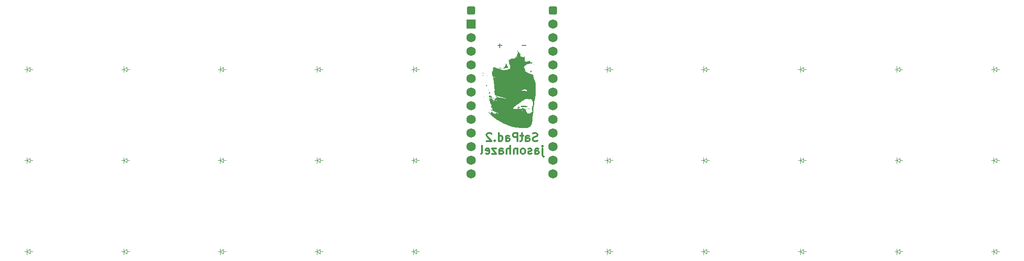
<source format=gbr>
%TF.GenerationSoftware,KiCad,Pcbnew,(6.0.4)*%
%TF.CreationDate,2022-07-31T16:16:28-04:00*%
%TF.ProjectId,satpad,73617470-6164-42e6-9b69-6361645f7063,v1.0.0*%
%TF.SameCoordinates,Original*%
%TF.FileFunction,Legend,Bot*%
%TF.FilePolarity,Positive*%
%FSLAX46Y46*%
G04 Gerber Fmt 4.6, Leading zero omitted, Abs format (unit mm)*
G04 Created by KiCad (PCBNEW (6.0.4)) date 2022-07-31 16:16:28*
%MOMM*%
%LPD*%
G01*
G04 APERTURE LIST*
G04 Aperture macros list*
%AMRoundRect*
0 Rectangle with rounded corners*
0 $1 Rounding radius*
0 $2 $3 $4 $5 $6 $7 $8 $9 X,Y pos of 4 corners*
0 Add a 4 corners polygon primitive as box body*
4,1,4,$2,$3,$4,$5,$6,$7,$8,$9,$2,$3,0*
0 Add four circle primitives for the rounded corners*
1,1,$1+$1,$2,$3*
1,1,$1+$1,$4,$5*
1,1,$1+$1,$6,$7*
1,1,$1+$1,$8,$9*
0 Add four rect primitives between the rounded corners*
20,1,$1+$1,$2,$3,$4,$5,0*
20,1,$1+$1,$4,$5,$6,$7,0*
20,1,$1+$1,$6,$7,$8,$9,0*
20,1,$1+$1,$8,$9,$2,$3,0*%
G04 Aperture macros list end*
%ADD10C,0.300000*%
%ADD11C,0.150000*%
%ADD12C,0.100000*%
%ADD13R,1.752600X1.752600*%
%ADD14C,1.752600*%
%ADD15RoundRect,0.400000X-0.400000X-0.400000X0.400000X-0.400000X0.400000X0.400000X-0.400000X0.400000X0*%
G04 APERTURE END LIST*
D10*
X94714285Y16200357D02*
X94500000Y16128928D01*
X94142857Y16128928D01*
X94000000Y16200357D01*
X93928571Y16271785D01*
X93857142Y16414642D01*
X93857142Y16557500D01*
X93928571Y16700357D01*
X94000000Y16771785D01*
X94142857Y16843214D01*
X94428571Y16914642D01*
X94571428Y16986071D01*
X94642857Y17057500D01*
X94714285Y17200357D01*
X94714285Y17343214D01*
X94642857Y17486071D01*
X94571428Y17557500D01*
X94428571Y17628928D01*
X94071428Y17628928D01*
X93857142Y17557500D01*
X92571428Y16128928D02*
X92571428Y16914642D01*
X92642857Y17057500D01*
X92785714Y17128928D01*
X93071428Y17128928D01*
X93214285Y17057500D01*
X92571428Y16200357D02*
X92714285Y16128928D01*
X93071428Y16128928D01*
X93214285Y16200357D01*
X93285714Y16343214D01*
X93285714Y16486071D01*
X93214285Y16628928D01*
X93071428Y16700357D01*
X92714285Y16700357D01*
X92571428Y16771785D01*
X92071428Y17128928D02*
X91500000Y17128928D01*
X91857142Y17628928D02*
X91857142Y16343214D01*
X91785714Y16200357D01*
X91642857Y16128928D01*
X91500000Y16128928D01*
X91000000Y16128928D02*
X91000000Y17628928D01*
X90428571Y17628928D01*
X90285714Y17557500D01*
X90214285Y17486071D01*
X90142857Y17343214D01*
X90142857Y17128928D01*
X90214285Y16986071D01*
X90285714Y16914642D01*
X90428571Y16843214D01*
X91000000Y16843214D01*
X88857142Y16128928D02*
X88857142Y16914642D01*
X88928571Y17057500D01*
X89071428Y17128928D01*
X89357142Y17128928D01*
X89500000Y17057500D01*
X88857142Y16200357D02*
X89000000Y16128928D01*
X89357142Y16128928D01*
X89500000Y16200357D01*
X89571428Y16343214D01*
X89571428Y16486071D01*
X89500000Y16628928D01*
X89357142Y16700357D01*
X89000000Y16700357D01*
X88857142Y16771785D01*
X87500000Y16128928D02*
X87500000Y17628928D01*
X87500000Y16200357D02*
X87642857Y16128928D01*
X87928571Y16128928D01*
X88071428Y16200357D01*
X88142857Y16271785D01*
X88214285Y16414642D01*
X88214285Y16843214D01*
X88142857Y16986071D01*
X88071428Y17057500D01*
X87928571Y17128928D01*
X87642857Y17128928D01*
X87500000Y17057500D01*
X86785714Y16271785D02*
X86714285Y16200357D01*
X86785714Y16128928D01*
X86857142Y16200357D01*
X86785714Y16271785D01*
X86785714Y16128928D01*
X86142857Y17486071D02*
X86071428Y17557500D01*
X85928571Y17628928D01*
X85571428Y17628928D01*
X85428571Y17557500D01*
X85357142Y17486071D01*
X85285714Y17343214D01*
X85285714Y17200357D01*
X85357142Y16986071D01*
X86214285Y16128928D01*
X85285714Y16128928D01*
X95642857Y14713928D02*
X95642857Y13428214D01*
X95714285Y13285357D01*
X95857142Y13213928D01*
X95928571Y13213928D01*
X95642857Y15213928D02*
X95714285Y15142500D01*
X95642857Y15071071D01*
X95571428Y15142500D01*
X95642857Y15213928D01*
X95642857Y15071071D01*
X94285714Y13713928D02*
X94285714Y14499642D01*
X94357142Y14642500D01*
X94500000Y14713928D01*
X94785714Y14713928D01*
X94928571Y14642500D01*
X94285714Y13785357D02*
X94428571Y13713928D01*
X94785714Y13713928D01*
X94928571Y13785357D01*
X95000000Y13928214D01*
X95000000Y14071071D01*
X94928571Y14213928D01*
X94785714Y14285357D01*
X94428571Y14285357D01*
X94285714Y14356785D01*
X93642857Y13785357D02*
X93500000Y13713928D01*
X93214285Y13713928D01*
X93071428Y13785357D01*
X93000000Y13928214D01*
X93000000Y13999642D01*
X93071428Y14142500D01*
X93214285Y14213928D01*
X93428571Y14213928D01*
X93571428Y14285357D01*
X93642857Y14428214D01*
X93642857Y14499642D01*
X93571428Y14642500D01*
X93428571Y14713928D01*
X93214285Y14713928D01*
X93071428Y14642500D01*
X92142857Y13713928D02*
X92285714Y13785357D01*
X92357142Y13856785D01*
X92428571Y13999642D01*
X92428571Y14428214D01*
X92357142Y14571071D01*
X92285714Y14642500D01*
X92142857Y14713928D01*
X91928571Y14713928D01*
X91785714Y14642500D01*
X91714285Y14571071D01*
X91642857Y14428214D01*
X91642857Y13999642D01*
X91714285Y13856785D01*
X91785714Y13785357D01*
X91928571Y13713928D01*
X92142857Y13713928D01*
X91000000Y14713928D02*
X91000000Y13713928D01*
X91000000Y14571071D02*
X90928571Y14642500D01*
X90785714Y14713928D01*
X90571428Y14713928D01*
X90428571Y14642500D01*
X90357142Y14499642D01*
X90357142Y13713928D01*
X89642857Y13713928D02*
X89642857Y15213928D01*
X89000000Y13713928D02*
X89000000Y14499642D01*
X89071428Y14642500D01*
X89214285Y14713928D01*
X89428571Y14713928D01*
X89571428Y14642500D01*
X89642857Y14571071D01*
X87642857Y13713928D02*
X87642857Y14499642D01*
X87714285Y14642500D01*
X87857142Y14713928D01*
X88142857Y14713928D01*
X88285714Y14642500D01*
X87642857Y13785357D02*
X87785714Y13713928D01*
X88142857Y13713928D01*
X88285714Y13785357D01*
X88357142Y13928214D01*
X88357142Y14071071D01*
X88285714Y14213928D01*
X88142857Y14285357D01*
X87785714Y14285357D01*
X87642857Y14356785D01*
X87071428Y14713928D02*
X86285714Y14713928D01*
X87071428Y13713928D01*
X86285714Y13713928D01*
X85142857Y13785357D02*
X85285714Y13713928D01*
X85571428Y13713928D01*
X85714285Y13785357D01*
X85785714Y13928214D01*
X85785714Y14499642D01*
X85714285Y14642500D01*
X85571428Y14713928D01*
X85285714Y14713928D01*
X85142857Y14642500D01*
X85071428Y14499642D01*
X85071428Y14356785D01*
X85785714Y14213928D01*
X84214285Y13713928D02*
X84357142Y13785357D01*
X84428571Y13928214D01*
X84428571Y15213928D01*
D11*
X87369047Y33928571D02*
X88130952Y33928571D01*
X87750000Y33547619D02*
X87750000Y34309523D01*
X91869047Y33928571D02*
X92630952Y33928571D01*
D10*
%TO.C,G\u002A\u002A\u002A*%
X90842571Y26662000D02*
X90987714Y26734571D01*
X91205428Y26734571D01*
X91423142Y26662000D01*
X91568285Y26516857D01*
X91640857Y26371714D01*
X91713428Y26081428D01*
X91713428Y25863714D01*
X91640857Y25573428D01*
X91568285Y25428285D01*
X91423142Y25283142D01*
X91205428Y25210571D01*
X91060285Y25210571D01*
X90842571Y25283142D01*
X90770000Y25355714D01*
X90770000Y25863714D01*
X91060285Y25863714D01*
X89899142Y26734571D02*
X89899142Y26371714D01*
X90262000Y26516857D02*
X89899142Y26371714D01*
X89536285Y26516857D01*
X90116857Y26081428D02*
X89899142Y26371714D01*
X89681428Y26081428D01*
X88738000Y26734571D02*
X88738000Y26371714D01*
X89100857Y26516857D02*
X88738000Y26371714D01*
X88375142Y26516857D01*
X88955714Y26081428D02*
X88738000Y26371714D01*
X88520285Y26081428D01*
X87576857Y26734571D02*
X87576857Y26371714D01*
X87939714Y26516857D02*
X87576857Y26371714D01*
X87214000Y26516857D01*
X87794571Y26081428D02*
X87576857Y26371714D01*
X87359142Y26081428D01*
G36*
X92300000Y23600000D02*
G01*
X92280000Y23580000D01*
X92260000Y23600000D01*
X92280000Y23620000D01*
X92300000Y23600000D01*
G37*
G36*
X92346301Y22674735D02*
G01*
X92359248Y22673892D01*
X92570953Y22659361D01*
X92716350Y22646308D01*
X92808335Y22631789D01*
X92859804Y22612860D01*
X92883655Y22586579D01*
X92892783Y22550000D01*
X92894835Y22533672D01*
X92890828Y22492591D01*
X92856959Y22469889D01*
X92776514Y22459478D01*
X92632783Y22455268D01*
X92491456Y22449576D01*
X92342956Y22436931D01*
X92240000Y22420626D01*
X92185261Y22410267D01*
X92037308Y22405568D01*
X91885977Y22425783D01*
X91752097Y22465499D01*
X91656496Y22519303D01*
X91620000Y22581780D01*
X91644835Y22633705D01*
X91723720Y22668280D01*
X91862818Y22686117D01*
X92068291Y22688006D01*
X92346301Y22674735D01*
G37*
G36*
X91283650Y22509796D02*
G01*
X91400082Y22459959D01*
X91446522Y22434794D01*
X91524326Y22383052D01*
X91550982Y22349214D01*
X91537288Y22338254D01*
X91464137Y22315651D01*
X91350982Y22296285D01*
X91290414Y22288732D01*
X91179102Y22274675D01*
X91114664Y22266285D01*
X91080406Y22286144D01*
X91050663Y22357633D01*
X91047784Y22375292D01*
X91060699Y22449107D01*
X91136082Y22498377D01*
X91197678Y22516856D01*
X91283650Y22509796D01*
G37*
G36*
X92869250Y22178463D02*
G01*
X92900000Y22140000D01*
X92899542Y22130948D01*
X92882361Y22100000D01*
X92875945Y22101841D01*
X92840000Y22140000D01*
X92833750Y22155495D01*
X92857640Y22180000D01*
X92869250Y22178463D01*
G37*
G36*
X93265876Y22173836D02*
G01*
X93300000Y22130670D01*
X93278802Y22110636D01*
X93210000Y22114789D01*
X93146002Y22128789D01*
X93040000Y22141990D01*
X93001372Y22144086D01*
X92987292Y22153453D01*
X93046111Y22179808D01*
X93086246Y22191753D01*
X93184250Y22196205D01*
X93265876Y22173836D01*
G37*
G36*
X92722707Y22137754D02*
G01*
X92749689Y22106795D01*
X92757199Y22055468D01*
X92739935Y22031552D01*
X92713180Y22031238D01*
X92687813Y22102287D01*
X92683415Y22120032D01*
X92683095Y22160729D01*
X92722707Y22137754D01*
G37*
G36*
X92820000Y21880000D02*
G01*
X92800000Y21860000D01*
X92780000Y21880000D01*
X92800000Y21900000D01*
X92820000Y21880000D01*
G37*
G36*
X90580000Y32280000D02*
G01*
X90560000Y32260000D01*
X90540000Y32280000D01*
X90560000Y32300000D01*
X90580000Y32280000D01*
G37*
G36*
X90694385Y32254398D02*
G01*
X90780000Y32220000D01*
X90790004Y32213470D01*
X90819821Y32186662D01*
X90780000Y32181226D01*
X90745616Y32185603D01*
X90660000Y32220000D01*
X90649997Y32226531D01*
X90620180Y32253339D01*
X90660000Y32258775D01*
X90694385Y32254398D01*
G37*
G36*
X89294202Y31355446D02*
G01*
X89330843Y31307473D01*
X89330235Y31283168D01*
X89283343Y31284253D01*
X89252051Y31301393D01*
X89220000Y31347613D01*
X89220102Y31350579D01*
X89245981Y31373909D01*
X89294202Y31355446D01*
G37*
G36*
X93580000Y30880000D02*
G01*
X93560000Y30860000D01*
X93540000Y30880000D01*
X93560000Y30900000D01*
X93580000Y30880000D01*
G37*
G36*
X94109562Y30378838D02*
G01*
X94140000Y30340000D01*
X94138838Y30330439D01*
X94100000Y30300000D01*
X94090439Y30301163D01*
X94060000Y30340000D01*
X94061163Y30349562D01*
X94100000Y30380000D01*
X94109562Y30378838D01*
G37*
G36*
X88841885Y30608016D02*
G01*
X88907446Y30547109D01*
X88978925Y30457624D01*
X89036413Y30365628D01*
X89060000Y30297187D01*
X89068850Y30254726D01*
X89120000Y30180000D01*
X89152044Y30145798D01*
X89180000Y30081302D01*
X89199468Y30031635D01*
X89259057Y29960854D01*
X89312718Y29891151D01*
X89299767Y29839218D01*
X89215653Y29820000D01*
X89215608Y29820000D01*
X89124406Y29801903D01*
X89016965Y29758431D01*
X88956602Y29733101D01*
X88819659Y29692199D01*
X88668952Y29660996D01*
X88532140Y29644005D01*
X88294121Y29632878D01*
X88069570Y29643148D01*
X87880048Y29673386D01*
X87747115Y29722161D01*
X87727305Y29734336D01*
X87655123Y29789277D01*
X87620900Y29831438D01*
X87631738Y29847168D01*
X87694741Y29822815D01*
X87743560Y29803647D01*
X87792637Y29805971D01*
X87801109Y29808990D01*
X87861573Y29792478D01*
X87952618Y29744563D01*
X87972524Y29732543D01*
X88120114Y29667801D01*
X88251856Y29665515D01*
X88384327Y29729024D01*
X88534103Y29861666D01*
X88625336Y29966124D01*
X88746230Y30159580D01*
X88807890Y30348803D01*
X88803982Y30518377D01*
X88796002Y30587174D01*
X88813437Y30620000D01*
X88841885Y30608016D01*
G37*
G36*
X83398044Y29384684D02*
G01*
X83481627Y29338557D01*
X83503419Y29323601D01*
X83553172Y29277543D01*
X83537646Y29260264D01*
X83480116Y29273289D01*
X83405588Y29312393D01*
X83350291Y29359267D01*
X83341689Y29395023D01*
X83345598Y29397196D01*
X83398044Y29384684D01*
G37*
G36*
X93610231Y29295815D02*
G01*
X93632166Y29248107D01*
X93643452Y29180986D01*
X93620864Y29065922D01*
X93597796Y29023299D01*
X93545322Y28987764D01*
X93451615Y28995678D01*
X93447416Y28996526D01*
X93355760Y29019366D01*
X93307310Y29039358D01*
X93312158Y29057091D01*
X93360402Y29115573D01*
X93444393Y29196386D01*
X93526616Y29267955D01*
X93581090Y29304095D01*
X93610231Y29295815D01*
G37*
G36*
X84366667Y28886667D02*
G01*
X84372925Y28874636D01*
X84340000Y28860000D01*
X84318825Y28862887D01*
X84313334Y28886667D01*
X84319197Y28891454D01*
X84366667Y28886667D01*
G37*
G36*
X84529861Y28843854D02*
G01*
X84620000Y28800000D01*
X84626348Y28796326D01*
X84678453Y28756312D01*
X84657646Y28741418D01*
X84603448Y28752803D01*
X84517646Y28798728D01*
X84477927Y28834439D01*
X84478261Y28855281D01*
X84529861Y28843854D01*
G37*
G36*
X84804056Y28738160D02*
G01*
X84840000Y28700000D01*
X84846251Y28684506D01*
X84822361Y28660000D01*
X84810751Y28661538D01*
X84780000Y28700000D01*
X84780459Y28709053D01*
X84797640Y28740000D01*
X84804056Y28738160D01*
G37*
G36*
X84598498Y28370006D02*
G01*
X84621285Y28362451D01*
X84696429Y28325818D01*
X84716138Y28293750D01*
X84657218Y28261715D01*
X84571267Y28268313D01*
X84493721Y28304331D01*
X84460000Y28360536D01*
X84464620Y28381523D01*
X84503989Y28392736D01*
X84598498Y28370006D01*
G37*
G36*
X85347012Y28298507D02*
G01*
X85400000Y28260000D01*
X85406408Y28244646D01*
X85384722Y28220000D01*
X85372989Y28221494D01*
X85320000Y28260000D01*
X85313593Y28275355D01*
X85335279Y28300000D01*
X85347012Y28298507D01*
G37*
G36*
X85170726Y26619507D02*
G01*
X85227059Y26586584D01*
X85301980Y26517894D01*
X85350874Y26461545D01*
X85370292Y26412927D01*
X85338952Y26378506D01*
X85315197Y26364697D01*
X85219982Y26344925D01*
X85140000Y26400000D01*
X85112456Y26449000D01*
X85134756Y26513681D01*
X85154109Y26545584D01*
X85152987Y26593681D01*
X85146788Y26601848D01*
X85166361Y26620000D01*
X85170726Y26619507D01*
G37*
G36*
X85340000Y26180000D02*
G01*
X85337114Y26158825D01*
X85313334Y26153334D01*
X85308547Y26159197D01*
X85313334Y26206667D01*
X85325365Y26212925D01*
X85340000Y26180000D01*
G37*
G36*
X83547080Y25853848D02*
G01*
X83620000Y25820000D01*
X83647156Y25797731D01*
X83640000Y25781226D01*
X83612921Y25786153D01*
X83540000Y25820000D01*
X83512845Y25842270D01*
X83520000Y25858775D01*
X83547080Y25853848D01*
G37*
G36*
X83939945Y25671605D02*
G01*
X83987017Y25656345D01*
X84020000Y25635335D01*
X84019791Y25633083D01*
X83986378Y25618911D01*
X83926065Y25628842D01*
X83882306Y25656270D01*
X83885810Y25674239D01*
X83939945Y25671605D01*
G37*
G36*
X85603615Y25760144D02*
G01*
X85641265Y25703314D01*
X85658116Y25640000D01*
X85642662Y25633125D01*
X85599142Y25677080D01*
X85566766Y25731789D01*
X85562589Y25775922D01*
X85567294Y25779005D01*
X85603615Y25760144D01*
G37*
G36*
X85787483Y25394283D02*
G01*
X85833023Y25328792D01*
X85883038Y25224849D01*
X85923406Y25115037D01*
X85940000Y25031937D01*
X85937554Y25013367D01*
X85901950Y24990269D01*
X85810000Y25001495D01*
X85792488Y25005312D01*
X85690024Y25033778D01*
X85658006Y25060890D01*
X85688284Y25092759D01*
X85706804Y25109633D01*
X85730824Y25180584D01*
X85731400Y25306160D01*
X85748930Y25385609D01*
X85780607Y25399626D01*
X85787483Y25394283D01*
G37*
G36*
X86024417Y24731022D02*
G01*
X86080000Y24700000D01*
X86089350Y24676519D01*
X86057478Y24666070D01*
X85960000Y24700000D01*
X85922481Y24716613D01*
X85906354Y24732517D01*
X85967640Y24737189D01*
X86024417Y24731022D01*
G37*
G36*
X85140000Y24580000D02*
G01*
X85137114Y24558825D01*
X85113334Y24553334D01*
X85108547Y24559197D01*
X85113334Y24606667D01*
X85125365Y24612925D01*
X85140000Y24580000D01*
G37*
G36*
X84820000Y24340000D02*
G01*
X84838859Y24305736D01*
X84858775Y24240000D01*
X84851695Y24227984D01*
X84820000Y24260000D01*
X84801142Y24294265D01*
X84781226Y24360000D01*
X84788306Y24372017D01*
X84820000Y24340000D01*
G37*
G36*
X85919871Y24578643D02*
G01*
X86066499Y24495831D01*
X86149112Y24440367D01*
X86229317Y24379647D01*
X86260547Y24345831D01*
X86265964Y24311049D01*
X86285212Y24230000D01*
X86289899Y24180644D01*
X86250049Y24141435D01*
X86152756Y24154531D01*
X86000000Y24220000D01*
X85959585Y24239787D01*
X85857019Y24282836D01*
X85791543Y24300000D01*
X85772065Y24301248D01*
X85740000Y24316729D01*
X85736900Y24332965D01*
X85715721Y24396729D01*
X85710544Y24436145D01*
X85755721Y24460000D01*
X85787319Y24465201D01*
X85820000Y24500000D01*
X85818838Y24509562D01*
X85780000Y24540000D01*
X85770439Y24541163D01*
X85740000Y24580000D01*
X85750201Y24607848D01*
X85811384Y24616770D01*
X85919871Y24578643D01*
G37*
G36*
X86500000Y24210718D02*
G01*
X86549392Y24169053D01*
X86580000Y24110379D01*
X86577726Y24091772D01*
X86548000Y24060000D01*
X86507013Y24074971D01*
X86447360Y24135898D01*
X86420000Y24208339D01*
X86420378Y24218524D01*
X86439069Y24240406D01*
X86500000Y24210718D01*
G37*
G36*
X85427012Y22818507D02*
G01*
X85480000Y22780000D01*
X85486408Y22764646D01*
X85464722Y22740000D01*
X85452989Y22741494D01*
X85400000Y22780000D01*
X85393593Y22795355D01*
X85415279Y22820000D01*
X85427012Y22818507D01*
G37*
G36*
X85711291Y22658856D02*
G01*
X85740000Y22620000D01*
X85732368Y22600884D01*
X85677640Y22580000D01*
X85649068Y22585756D01*
X85640000Y22620000D01*
X85648188Y22630925D01*
X85702361Y22660000D01*
X85711291Y22658856D01*
G37*
G36*
X85780347Y22420921D02*
G01*
X85814000Y22378000D01*
X85816125Y22358582D01*
X85782000Y22346000D01*
X85760403Y22356898D01*
X85737859Y22396905D01*
X85769000Y22423000D01*
X85780347Y22420921D01*
G37*
G36*
X86247979Y21725890D02*
G01*
X86322355Y21677794D01*
X86366167Y21641640D01*
X86366415Y21633103D01*
X86300000Y21663212D01*
X86216941Y21705004D01*
X86180495Y21732186D01*
X86205689Y21740000D01*
X86247979Y21725890D01*
G37*
G36*
X94360247Y24702810D02*
G01*
X94302372Y24239075D01*
X94223468Y23740000D01*
X94182494Y23496650D01*
X94125303Y23132215D01*
X94111222Y23042489D01*
X94055850Y22637669D01*
X94013890Y22263178D01*
X93982858Y21900000D01*
X93952608Y21516680D01*
X93901967Y20961646D01*
X93842424Y20385192D01*
X93777210Y19820000D01*
X93751556Y19651827D01*
X93691394Y19423489D01*
X93595406Y19200000D01*
X93531381Y19077254D01*
X93444490Y18940262D01*
X93348158Y18838819D01*
X93220593Y18751636D01*
X93040000Y18657422D01*
X93035841Y18655389D01*
X92935505Y18608469D01*
X92848455Y18576433D01*
X92756035Y18556514D01*
X92639590Y18545948D01*
X92480464Y18541970D01*
X92260000Y18541815D01*
X92051953Y18545460D01*
X91760726Y18557290D01*
X91470195Y18575237D01*
X91220000Y18597190D01*
X91200181Y18599302D01*
X91010764Y18618089D01*
X90852828Y18631327D01*
X90742372Y18637823D01*
X90695395Y18636380D01*
X90666387Y18631257D01*
X90564687Y18641910D01*
X90408282Y18673912D01*
X90210153Y18723707D01*
X89983279Y18787739D01*
X89740642Y18862450D01*
X89495223Y18944284D01*
X89260000Y19029684D01*
X89197048Y19055294D01*
X89045184Y19123537D01*
X88855366Y19214224D01*
X88641357Y19320228D01*
X88416920Y19434423D01*
X88195817Y19549683D01*
X87991811Y19658883D01*
X87818665Y19754895D01*
X87690140Y19830595D01*
X87620000Y19878855D01*
X87605333Y19890152D01*
X87523123Y19941725D01*
X87397238Y20012778D01*
X87248404Y20091450D01*
X87226670Y20102763D01*
X87046818Y20207411D01*
X86868864Y20326935D01*
X86728404Y20437635D01*
X86713903Y20450621D01*
X86596495Y20555657D01*
X86441012Y20694633D01*
X86266000Y20850980D01*
X86090000Y21008127D01*
X86014340Y21076207D01*
X85849863Y21230413D01*
X85740182Y21345441D01*
X85678996Y21428294D01*
X85660000Y21485976D01*
X85674974Y21556349D01*
X85719669Y21577730D01*
X85778467Y21539326D01*
X85835382Y21444884D01*
X85876967Y21358695D01*
X85928517Y21290198D01*
X85966030Y21284684D01*
X85981273Y21347640D01*
X85982689Y21389171D01*
X85995712Y21414608D01*
X86035682Y21370000D01*
X86045062Y21357914D01*
X86100230Y21305446D01*
X86123466Y21326167D01*
X86114073Y21419637D01*
X86090146Y21539274D01*
X86225073Y21493755D01*
X86273017Y21474999D01*
X86403574Y21410544D01*
X86534956Y21332127D01*
X86596552Y21294043D01*
X86723843Y21228876D01*
X86825788Y21192843D01*
X86911847Y21167123D01*
X86963194Y21134834D01*
X86993257Y21114395D01*
X87072361Y21101331D01*
X87077426Y21101409D01*
X87131341Y21105685D01*
X87127338Y21127216D01*
X87063601Y21182925D01*
X86980391Y21247500D01*
X86903934Y21298594D01*
X86874324Y21317210D01*
X86853920Y21348825D01*
X86899791Y21360655D01*
X87003793Y21351952D01*
X87157780Y21321965D01*
X87165526Y21320168D01*
X87314593Y21285792D01*
X87402427Y21267761D01*
X87445176Y21264901D01*
X87458985Y21276039D01*
X87460000Y21300000D01*
X87439256Y21325231D01*
X87368001Y21340000D01*
X87305506Y21347555D01*
X87238001Y21377938D01*
X87197481Y21400777D01*
X87096993Y21438304D01*
X86965539Y21476911D01*
X86931720Y21486254D01*
X86754040Y21556620D01*
X86632791Y21644000D01*
X86534504Y21750053D01*
X86640604Y21723423D01*
X86647196Y21721800D01*
X86716000Y21714208D01*
X86716585Y21720804D01*
X92388547Y21720804D01*
X92393334Y21673334D01*
X92405365Y21667076D01*
X92420000Y21700000D01*
X92417114Y21721176D01*
X92393334Y21726667D01*
X92388547Y21720804D01*
X86716585Y21720804D01*
X86718501Y21742427D01*
X86671000Y21767861D01*
X86574330Y21764866D01*
X86541488Y21760692D01*
X86411776Y21778890D01*
X86294443Y21826667D01*
X91820000Y21826667D01*
X91854721Y21803129D01*
X91938241Y21793334D01*
X91941839Y21793349D01*
X92016672Y21803464D01*
X92035880Y21826667D01*
X92000532Y21847804D01*
X91917640Y21860000D01*
X91854198Y21851954D01*
X91820000Y21826667D01*
X86294443Y21826667D01*
X86239182Y21849169D01*
X86190207Y21874636D01*
X91667076Y21874636D01*
X91700000Y21860000D01*
X91721176Y21862887D01*
X91726667Y21886667D01*
X91720804Y21891454D01*
X91673334Y21886667D01*
X91667076Y21874636D01*
X86190207Y21874636D01*
X86135682Y21902989D01*
X86048070Y21959246D01*
X86028836Y21990013D01*
X86079118Y21992018D01*
X86200050Y21961987D01*
X86250407Y21948275D01*
X86352758Y21932347D01*
X86402786Y21944508D01*
X86406254Y21964764D01*
X86387893Y22043582D01*
X86345146Y22150294D01*
X86305233Y22229577D01*
X90225172Y22229577D01*
X90280911Y22154015D01*
X90338554Y22131197D01*
X90452882Y22115467D01*
X90583890Y22114323D01*
X90699780Y22127673D01*
X90768758Y22155424D01*
X90794982Y22160802D01*
X90862974Y22138409D01*
X90918497Y22121609D01*
X91040579Y22147542D01*
X91071133Y22160695D01*
X91139536Y22174177D01*
X91179816Y22140298D01*
X91180848Y22138642D01*
X91219839Y22105664D01*
X91276116Y22136777D01*
X91294016Y22149962D01*
X91363781Y22168137D01*
X91468745Y22142946D01*
X91568290Y22118983D01*
X91612914Y22138742D01*
X91632631Y22168107D01*
X91697066Y22172013D01*
X91786851Y22113801D01*
X91835737Y22075230D01*
X91856325Y22090417D01*
X91860000Y22173801D01*
X91864092Y22243776D01*
X91894423Y22290100D01*
X91973801Y22300000D01*
X92065721Y22280846D01*
X92157990Y22222222D01*
X92240764Y22165513D01*
X92354189Y22132222D01*
X92381590Y22128955D01*
X92455007Y22103119D01*
X92468247Y22050000D01*
X92474633Y22002837D01*
X92538247Y21980000D01*
X92596699Y21967725D01*
X92617884Y21928244D01*
X92571986Y21886667D01*
X92570000Y21884868D01*
X92553797Y21852649D01*
X92579876Y21826667D01*
X92610000Y21796656D01*
X92648206Y21764752D01*
X92693352Y21706066D01*
X92692940Y21700000D01*
X92690939Y21670573D01*
X92637095Y21675581D01*
X92594880Y21679845D01*
X92587629Y21629932D01*
X92603257Y21593190D01*
X92660534Y21556165D01*
X92696970Y21553530D01*
X92783795Y21540724D01*
X92814617Y21513421D01*
X92808227Y21459297D01*
X92806645Y21403878D01*
X92846418Y21319297D01*
X92850391Y21315583D01*
X92939726Y21276644D01*
X93072858Y21264641D01*
X93154528Y21268112D01*
X93298794Y21287084D01*
X93407997Y21329382D01*
X93513070Y21404859D01*
X93529603Y21418506D01*
X93608659Y21476475D01*
X93656649Y21500000D01*
X93684692Y21520273D01*
X93727777Y21591483D01*
X93764479Y21683967D01*
X93780000Y21765837D01*
X93779583Y21773805D01*
X93758676Y21856918D01*
X93715945Y21962897D01*
X93691392Y22018346D01*
X93672462Y22094683D01*
X93680428Y22180576D01*
X93715223Y22308943D01*
X93718822Y22320967D01*
X93793036Y22584143D01*
X93850215Y22817080D01*
X93886993Y23004773D01*
X93900000Y23132215D01*
X93896233Y23187019D01*
X93857663Y23355677D01*
X93787766Y23543354D01*
X93699437Y23718608D01*
X93605574Y23850000D01*
X93569204Y23887645D01*
X93476508Y23960674D01*
X93395468Y23973666D01*
X93303400Y23932841D01*
X93288092Y23924431D01*
X93218060Y23907565D01*
X93110373Y23912301D01*
X92945439Y23938974D01*
X92858295Y23955062D01*
X92736562Y23971615D01*
X92643305Y23967044D01*
X92545844Y23937747D01*
X92411496Y23880123D01*
X92360506Y23856900D01*
X92007251Y23661256D01*
X91941392Y23624781D01*
X91701327Y23440000D01*
X91580000Y23346613D01*
X91497515Y23275094D01*
X91384578Y23186739D01*
X91300000Y23131481D01*
X91262616Y23111347D01*
X91155763Y23047061D01*
X91012495Y22952802D01*
X90823690Y22822467D01*
X90580222Y22649953D01*
X90487167Y22580914D01*
X90326940Y22440773D01*
X90240061Y22324411D01*
X90225172Y22229577D01*
X86305233Y22229577D01*
X86290443Y22258957D01*
X86236217Y22343628D01*
X86194898Y22378361D01*
X86160856Y22390028D01*
X86097470Y22443049D01*
X86066286Y22497439D01*
X86093927Y22536247D01*
X86117096Y22564417D01*
X86113866Y22643198D01*
X86103669Y22671899D01*
X86104861Y22698211D01*
X86153478Y22664300D01*
X86199457Y22634145D01*
X86240851Y22627517D01*
X86245835Y22642296D01*
X86235919Y22710529D01*
X86205630Y22806345D01*
X86165267Y22903539D01*
X86125132Y22975905D01*
X86095526Y22997235D01*
X86091062Y22995682D01*
X86052808Y23024693D01*
X86003555Y23103084D01*
X85954411Y23207702D01*
X85916483Y23315390D01*
X85900879Y23402994D01*
X85900529Y23410091D01*
X85898640Y23420000D01*
X86000000Y23420000D01*
X86008210Y23408030D01*
X86042361Y23380000D01*
X86046353Y23381040D01*
X86060000Y23420000D01*
X86058373Y23430964D01*
X86045697Y23440000D01*
X86660000Y23440000D01*
X86680000Y23420000D01*
X86700000Y23440000D01*
X86680000Y23460000D01*
X86660000Y23440000D01*
X86045697Y23440000D01*
X86017640Y23460000D01*
X86003172Y23456860D01*
X86000000Y23420000D01*
X85898640Y23420000D01*
X85884194Y23495800D01*
X85848415Y23627586D01*
X85800000Y23780001D01*
X85791012Y23806429D01*
X85740649Y23955759D01*
X85712855Y24044593D01*
X85704835Y24086308D01*
X85713795Y24094281D01*
X85736942Y24081891D01*
X85757036Y24055834D01*
X85797833Y23969795D01*
X85841859Y23849530D01*
X85847006Y23833846D01*
X85895787Y23702099D01*
X85938393Y23613992D01*
X85968554Y23580310D01*
X85980000Y23611841D01*
X85970150Y23662713D01*
X85939755Y23768920D01*
X85895975Y23902482D01*
X85858601Y24022314D01*
X85835923Y24122285D01*
X85836477Y24169810D01*
X85841029Y24172577D01*
X85899080Y24167142D01*
X85990663Y24132509D01*
X86117682Y24081259D01*
X86246271Y24043016D01*
X86354177Y23993630D01*
X86423485Y23887677D01*
X86425736Y23882122D01*
X86478908Y23769400D01*
X86540723Y23662605D01*
X86599853Y23578031D01*
X86644967Y23531970D01*
X86664737Y23540715D01*
X86668369Y23596107D01*
X86663752Y23651738D01*
X86641912Y23730000D01*
X86634123Y23798643D01*
X86675492Y23820000D01*
X86727035Y23782876D01*
X86762640Y23680000D01*
X86786429Y23592060D01*
X86820293Y23544862D01*
X86848321Y23571390D01*
X86860000Y23672458D01*
X86855028Y23702361D01*
X87064135Y23702361D01*
X87101159Y23658438D01*
X87121755Y23646110D01*
X87194936Y23622886D01*
X87220000Y23661256D01*
X87191861Y23706196D01*
X87126457Y23734272D01*
X87069434Y23722767D01*
X87064135Y23702361D01*
X86855028Y23702361D01*
X86842678Y23776646D01*
X86778442Y23892458D01*
X86696884Y23980000D01*
X86798442Y23980000D01*
X86815817Y23980364D01*
X86882708Y24002878D01*
X86900000Y24075556D01*
X86911885Y24136787D01*
X86950000Y24169255D01*
X86969161Y24169102D01*
X87059245Y24171503D01*
X87180000Y24176976D01*
X87360000Y24186555D01*
X87150000Y24282498D01*
X87148517Y24283177D01*
X87021116Y24350633D01*
X86951588Y24406991D01*
X86945238Y24445648D01*
X87007372Y24460000D01*
X87028715Y24457766D01*
X87122250Y24431822D01*
X87237372Y24386131D01*
X87392039Y24322632D01*
X87620157Y24248491D01*
X87836014Y24198398D01*
X88010912Y24180000D01*
X88035671Y24179619D01*
X88167100Y24167548D01*
X88269999Y24143803D01*
X88345840Y24120824D01*
X88466427Y24096165D01*
X88594145Y24078616D01*
X88707599Y24070321D01*
X88785394Y24073424D01*
X88806137Y24090071D01*
X88788297Y24104355D01*
X88707520Y24133888D01*
X88590492Y24157464D01*
X88587365Y24157909D01*
X88450213Y24184375D01*
X88275414Y24227153D01*
X88100000Y24277201D01*
X88090366Y24280186D01*
X87920186Y24332004D01*
X87758818Y24379707D01*
X87640000Y24413313D01*
X87573252Y24431478D01*
X87302444Y24509986D01*
X87086365Y24581020D01*
X86932917Y24641818D01*
X86850000Y24689616D01*
X86801107Y24769402D01*
X86780000Y24923839D01*
X86778871Y24967442D01*
X86766411Y25067051D01*
X86744612Y25117150D01*
X86714938Y25168517D01*
X86691392Y25265471D01*
X86680945Y25371332D01*
X86689567Y25450000D01*
X86703520Y25471416D01*
X86768560Y25500000D01*
X86804462Y25512101D01*
X86802696Y25530511D01*
X91700150Y25530511D01*
X91700875Y25528465D01*
X91746655Y25518220D01*
X91849604Y25516580D01*
X91990000Y25523990D01*
X92128509Y25531201D01*
X92305297Y25521498D01*
X92455030Y25483479D01*
X92461078Y25481297D01*
X92639724Y25430569D01*
X92755769Y25429297D01*
X92809557Y25477570D01*
X92801435Y25575481D01*
X92782920Y25606096D01*
X92695766Y25664178D01*
X92561808Y25708417D01*
X92403464Y25732589D01*
X92243153Y25730471D01*
X92219326Y25727350D01*
X92090893Y25700346D01*
X91952876Y25659102D01*
X91827157Y25611675D01*
X91735620Y25566125D01*
X91700150Y25530511D01*
X86802696Y25530511D01*
X86798909Y25570000D01*
X86778533Y25625753D01*
X86742083Y25776616D01*
X86711516Y25984092D01*
X86685811Y26255960D01*
X86663949Y26600000D01*
X86658606Y26692975D01*
X86643274Y26904958D01*
X86625789Y27088158D01*
X86607918Y27225523D01*
X86591426Y27300000D01*
X86565895Y27382392D01*
X86533625Y27518612D01*
X86503531Y27673712D01*
X86492176Y27742681D01*
X86476809Y27874839D01*
X86481646Y27956820D01*
X86506886Y28008297D01*
X86520725Y28027359D01*
X86620000Y28027359D01*
X86639820Y27999319D01*
X86710000Y27969807D01*
X86772021Y27953930D01*
X86870000Y27920865D01*
X86910694Y27910821D01*
X86940000Y27933025D01*
X86924829Y27961622D01*
X86860000Y27997305D01*
X86810461Y28011359D01*
X86700000Y28042696D01*
X86651598Y28048625D01*
X86620000Y28027359D01*
X86520725Y28027359D01*
X86523526Y28031217D01*
X86527117Y28080955D01*
X86468703Y28140997D01*
X86409742Y28211756D01*
X86380000Y28303263D01*
X86366181Y28373355D01*
X86312926Y28467818D01*
X86303405Y28479224D01*
X86269854Y28549338D01*
X86254318Y28659092D01*
X86253543Y28828251D01*
X86257855Y28968395D01*
X86265703Y29069652D01*
X86282239Y29123247D01*
X86313322Y29146466D01*
X86364808Y29156591D01*
X86397831Y29168208D01*
X86428990Y29221268D01*
X86438473Y29333589D01*
X86438973Y29356134D01*
X86454696Y29462454D01*
X86490000Y29500000D01*
X86508417Y29502828D01*
X86540000Y29540000D01*
X86524999Y29563250D01*
X86460000Y29580000D01*
X86454316Y29580066D01*
X86389395Y29598963D01*
X86392274Y29636802D01*
X86462398Y29672217D01*
X86512509Y29694888D01*
X86529465Y29745051D01*
X86516747Y29846883D01*
X86488698Y30000000D01*
X86576008Y29922300D01*
X86670080Y29869042D01*
X86839514Y29841288D01*
X86970409Y29825209D01*
X87107855Y29755871D01*
X87194326Y29698681D01*
X87286901Y29669603D01*
X87296415Y29668864D01*
X87396831Y29649144D01*
X87545094Y29609012D01*
X87717965Y29555900D01*
X87892209Y29497237D01*
X88044587Y29440457D01*
X88151864Y29392988D01*
X88164670Y29386687D01*
X88298444Y29346139D01*
X88440000Y29333929D01*
X88562683Y29344112D01*
X88719432Y29363790D01*
X88880491Y29388945D01*
X89024906Y29415972D01*
X89131727Y29441266D01*
X89180000Y29461225D01*
X89217434Y29483013D01*
X89311946Y29521936D01*
X89440000Y29567136D01*
X89479415Y29580433D01*
X89602913Y29630596D01*
X89668641Y29679200D01*
X89693357Y29737518D01*
X89687023Y29807782D01*
X89659199Y29936411D01*
X89614307Y30104064D01*
X89556900Y30292232D01*
X89508609Y30446543D01*
X89460276Y30622954D01*
X89442119Y30730248D01*
X89453544Y30771182D01*
X89495567Y30800474D01*
X89486726Y30840587D01*
X89421256Y30860000D01*
X89372039Y30870671D01*
X89365535Y30920000D01*
X89368120Y30958999D01*
X89314280Y30981077D01*
X89281323Y30990118D01*
X89298398Y31024898D01*
X89376222Y31095124D01*
X89425716Y31139086D01*
X89486013Y31219298D01*
X89490017Y31293858D01*
X89482401Y31329391D01*
X89496163Y31364069D01*
X89566010Y31354918D01*
X89657609Y31354734D01*
X89759254Y31419299D01*
X89762083Y31421927D01*
X89841754Y31474795D01*
X89901512Y31479067D01*
X89928652Y31471585D01*
X89981905Y31503082D01*
X90036406Y31535444D01*
X90141337Y31548012D01*
X90264655Y31539138D01*
X90376471Y31511176D01*
X90446895Y31466477D01*
X90465185Y31443188D01*
X90492464Y31425931D01*
X90498728Y31482458D01*
X90512926Y31539996D01*
X90566266Y31631187D01*
X90637272Y31707816D01*
X90702321Y31740000D01*
X90722249Y31765636D01*
X90716426Y31840000D01*
X90713681Y31851455D01*
X90711764Y31920840D01*
X90756426Y31940000D01*
X90763833Y31939801D01*
X90803026Y31915994D01*
X90796426Y31840000D01*
X90795886Y31837828D01*
X90790631Y31762004D01*
X90831385Y31740000D01*
X90883471Y31759211D01*
X90926087Y31845251D01*
X90940000Y32003272D01*
X90939968Y32008847D01*
X90925497Y32104589D01*
X90890000Y32143158D01*
X90860524Y32148419D01*
X90890000Y32166492D01*
X90908710Y32176861D01*
X90940000Y32225266D01*
X90943332Y32243165D01*
X90971839Y32321932D01*
X91020000Y32429446D01*
X91027117Y32444178D01*
X91077607Y32551713D01*
X91093986Y32603829D01*
X91076846Y32615612D01*
X91026780Y32602152D01*
X90987660Y32595437D01*
X90970446Y32618529D01*
X90972852Y32687782D01*
X90992297Y32819457D01*
X91008862Y32910518D01*
X91041366Y33022625D01*
X91077070Y33059304D01*
X91117812Y33023542D01*
X91119887Y33018719D01*
X91111269Y32955919D01*
X91070229Y32864914D01*
X91030681Y32788321D01*
X91024348Y32731942D01*
X91060294Y32682564D01*
X91104120Y32654103D01*
X91191073Y32643581D01*
X91267438Y32672791D01*
X91300613Y32734666D01*
X91302936Y32760852D01*
X91319954Y32770464D01*
X91347122Y32725112D01*
X91376851Y32640121D01*
X91401552Y32530819D01*
X91411239Y32482528D01*
X91446181Y32402862D01*
X91503516Y32380001D01*
X91565554Y32360641D01*
X91571892Y32301713D01*
X91513801Y32213150D01*
X91485073Y32180163D01*
X91470237Y32146760D01*
X91511332Y32140000D01*
X91556612Y32116844D01*
X91567531Y32031745D01*
X91566798Y32015959D01*
X91588863Y31929954D01*
X91672074Y31868568D01*
X91673255Y31867991D01*
X91771280Y31835818D01*
X91837189Y31857667D01*
X91883444Y31875127D01*
X91911370Y31820844D01*
X91920794Y31794757D01*
X91971227Y31751819D01*
X92076256Y31740001D01*
X92084529Y31740060D01*
X92183722Y31754413D01*
X92221331Y31790000D01*
X92240375Y31842015D01*
X92291110Y31920333D01*
X92350442Y31989943D01*
X92395072Y32020001D01*
X92397417Y32016701D01*
X92402830Y31960136D01*
X92404484Y31847731D01*
X92402837Y31698110D01*
X92398347Y31529901D01*
X92391474Y31361729D01*
X92382676Y31212220D01*
X92372412Y31100000D01*
X92376096Y31028280D01*
X92422778Y30999333D01*
X92424012Y30999307D01*
X92500873Y30977000D01*
X92596692Y30925847D01*
X92625099Y30907524D01*
X92680610Y30880538D01*
X92736299Y30880903D01*
X92815587Y30912144D01*
X92941895Y30977783D01*
X93047277Y31030066D01*
X93180796Y31076445D01*
X93277104Y31077153D01*
X93322685Y31057704D01*
X93410626Y30972435D01*
X93466760Y30855743D01*
X93471824Y30740893D01*
X93467871Y30691713D01*
X93495335Y30660001D01*
X93514109Y30665135D01*
X93540000Y30715103D01*
X93549170Y30751899D01*
X93600000Y30820001D01*
X93655979Y30849632D01*
X93720000Y30820001D01*
X93752609Y30787168D01*
X93780000Y30734515D01*
X93772085Y30713496D01*
X93712897Y30659406D01*
X93620459Y30605645D01*
X93524364Y30567895D01*
X93454204Y30561840D01*
X93380824Y30565895D01*
X93248616Y30548226D01*
X93086742Y30512811D01*
X92918948Y30465679D01*
X92768984Y30412858D01*
X92660596Y30360376D01*
X92606280Y30322092D01*
X92502877Y30234899D01*
X92397825Y30133313D01*
X92306818Y30033836D01*
X92245547Y29952971D01*
X92229703Y29907221D01*
X92235550Y29895524D01*
X92268539Y29825459D01*
X92315806Y29722439D01*
X92323981Y29704846D01*
X92400645Y29558902D01*
X92483697Y29423153D01*
X92551890Y29316712D01*
X92571718Y29255422D01*
X92538630Y29225548D01*
X92450000Y29210523D01*
X92320000Y29195977D01*
X92540000Y29092047D01*
X92632618Y29046051D01*
X92784203Y28963251D01*
X92904529Y28888978D01*
X92926694Y28874821D01*
X93048842Y28811626D01*
X93211086Y28741846D01*
X93384529Y28678173D01*
X93439042Y28660009D01*
X93602901Y28605199D01*
X93741699Y28558480D01*
X93830000Y28528402D01*
X93906381Y28483900D01*
X93941309Y28425148D01*
X93963721Y28170770D01*
X94016126Y27933025D01*
X94037276Y27837077D01*
X94151560Y27533045D01*
X94195018Y27441807D01*
X94283251Y27250113D01*
X94347037Y27091824D01*
X94390190Y26948040D01*
X94416527Y26799864D01*
X94429863Y26628397D01*
X94434013Y26414742D01*
X94432791Y26140000D01*
X94423050Y25640509D01*
X94415103Y25477570D01*
X94399628Y25160267D01*
X94360247Y24702810D01*
G37*
D12*
%TO.C,D1*%
X250000Y-4500000D02*
X750000Y-4500000D01*
X250000Y-4900000D02*
X-350000Y-4500000D01*
X250000Y-4100000D02*
X250000Y-4900000D01*
X-350000Y-4500000D02*
X250000Y-4100000D01*
X-350000Y-4500000D02*
X-350000Y-5050000D01*
X-350000Y-4500000D02*
X-350000Y-3950000D01*
X-750000Y-4500000D02*
X-350000Y-4500000D01*
%TO.C,D2*%
X250000Y12500000D02*
X750000Y12500000D01*
X250000Y12100000D02*
X-350000Y12500000D01*
X250000Y12900000D02*
X250000Y12100000D01*
X-350000Y12500000D02*
X250000Y12900000D01*
X-350000Y12500000D02*
X-350000Y11950000D01*
X-350000Y12500000D02*
X-350000Y13050000D01*
X-750000Y12500000D02*
X-350000Y12500000D01*
%TO.C,D3*%
X250000Y29500000D02*
X750000Y29500000D01*
X250000Y29100000D02*
X-350000Y29500000D01*
X250000Y29900000D02*
X250000Y29100000D01*
X-350000Y29500000D02*
X250000Y29900000D01*
X-350000Y29500000D02*
X-350000Y28950000D01*
X-350000Y29500000D02*
X-350000Y30050000D01*
X-750000Y29500000D02*
X-350000Y29500000D01*
%TO.C,D4*%
X18250000Y-4500000D02*
X18750000Y-4500000D01*
X18250000Y-4900000D02*
X17650000Y-4500000D01*
X18250000Y-4100000D02*
X18250000Y-4900000D01*
X17650000Y-4500000D02*
X18250000Y-4100000D01*
X17650000Y-4500000D02*
X17650000Y-5050000D01*
X17650000Y-4500000D02*
X17650000Y-3950000D01*
X17250000Y-4500000D02*
X17650000Y-4500000D01*
%TO.C,D5*%
X18250000Y12500000D02*
X18750000Y12500000D01*
X18250000Y12100000D02*
X17650000Y12500000D01*
X18250000Y12900000D02*
X18250000Y12100000D01*
X17650000Y12500000D02*
X18250000Y12900000D01*
X17650000Y12500000D02*
X17650000Y11950000D01*
X17650000Y12500000D02*
X17650000Y13050000D01*
X17250000Y12500000D02*
X17650000Y12500000D01*
%TO.C,D6*%
X18250000Y29500000D02*
X18750000Y29500000D01*
X18250000Y29100000D02*
X17650000Y29500000D01*
X18250000Y29900000D02*
X18250000Y29100000D01*
X17650000Y29500000D02*
X18250000Y29900000D01*
X17650000Y29500000D02*
X17650000Y28950000D01*
X17650000Y29500000D02*
X17650000Y30050000D01*
X17250000Y29500000D02*
X17650000Y29500000D01*
%TO.C,D7*%
X36250000Y-4500000D02*
X36750000Y-4500000D01*
X36250000Y-4900000D02*
X35650000Y-4500000D01*
X36250000Y-4100000D02*
X36250000Y-4900000D01*
X35650000Y-4500000D02*
X36250000Y-4100000D01*
X35650000Y-4500000D02*
X35650000Y-5050000D01*
X35650000Y-4500000D02*
X35650000Y-3950000D01*
X35250000Y-4500000D02*
X35650000Y-4500000D01*
%TO.C,D8*%
X36250000Y12500000D02*
X36750000Y12500000D01*
X36250000Y12100000D02*
X35650000Y12500000D01*
X36250000Y12900000D02*
X36250000Y12100000D01*
X35650000Y12500000D02*
X36250000Y12900000D01*
X35650000Y12500000D02*
X35650000Y11950000D01*
X35650000Y12500000D02*
X35650000Y13050000D01*
X35250000Y12500000D02*
X35650000Y12500000D01*
%TO.C,D9*%
X36250000Y29500000D02*
X36750000Y29500000D01*
X36250000Y29100000D02*
X35650000Y29500000D01*
X36250000Y29900000D02*
X36250000Y29100000D01*
X35650000Y29500000D02*
X36250000Y29900000D01*
X35650000Y29500000D02*
X35650000Y28950000D01*
X35650000Y29500000D02*
X35650000Y30050000D01*
X35250000Y29500000D02*
X35650000Y29500000D01*
%TO.C,D10*%
X54250000Y-4500000D02*
X54750000Y-4500000D01*
X54250000Y-4900000D02*
X53650000Y-4500000D01*
X54250000Y-4100000D02*
X54250000Y-4900000D01*
X53650000Y-4500000D02*
X54250000Y-4100000D01*
X53650000Y-4500000D02*
X53650000Y-5050000D01*
X53650000Y-4500000D02*
X53650000Y-3950000D01*
X53250000Y-4500000D02*
X53650000Y-4500000D01*
%TO.C,D11*%
X54250000Y12500000D02*
X54750000Y12500000D01*
X54250000Y12100000D02*
X53650000Y12500000D01*
X54250000Y12900000D02*
X54250000Y12100000D01*
X53650000Y12500000D02*
X54250000Y12900000D01*
X53650000Y12500000D02*
X53650000Y11950000D01*
X53650000Y12500000D02*
X53650000Y13050000D01*
X53250000Y12500000D02*
X53650000Y12500000D01*
%TO.C,D12*%
X54250000Y29500000D02*
X54750000Y29500000D01*
X54250000Y29100000D02*
X53650000Y29500000D01*
X54250000Y29900000D02*
X54250000Y29100000D01*
X53650000Y29500000D02*
X54250000Y29900000D01*
X53650000Y29500000D02*
X53650000Y28950000D01*
X53650000Y29500000D02*
X53650000Y30050000D01*
X53250000Y29500000D02*
X53650000Y29500000D01*
%TO.C,D13*%
X72250000Y-4500000D02*
X72750000Y-4500000D01*
X72250000Y-4900000D02*
X71650000Y-4500000D01*
X72250000Y-4100000D02*
X72250000Y-4900000D01*
X71650000Y-4500000D02*
X72250000Y-4100000D01*
X71650000Y-4500000D02*
X71650000Y-5050000D01*
X71650000Y-4500000D02*
X71650000Y-3950000D01*
X71250000Y-4500000D02*
X71650000Y-4500000D01*
%TO.C,D14*%
X72250000Y12500000D02*
X72750000Y12500000D01*
X72250000Y12100000D02*
X71650000Y12500000D01*
X72250000Y12900000D02*
X72250000Y12100000D01*
X71650000Y12500000D02*
X72250000Y12900000D01*
X71650000Y12500000D02*
X71650000Y11950000D01*
X71650000Y12500000D02*
X71650000Y13050000D01*
X71250000Y12500000D02*
X71650000Y12500000D01*
%TO.C,D15*%
X72250000Y29500000D02*
X72750000Y29500000D01*
X72250000Y29100000D02*
X71650000Y29500000D01*
X72250000Y29900000D02*
X72250000Y29100000D01*
X71650000Y29500000D02*
X72250000Y29900000D01*
X71650000Y29500000D02*
X71650000Y28950000D01*
X71650000Y29500000D02*
X71650000Y30050000D01*
X71250000Y29500000D02*
X71650000Y29500000D01*
%TO.C,D16*%
X180250000Y-4500000D02*
X180750000Y-4500000D01*
X180250000Y-4900000D02*
X179650000Y-4500000D01*
X180250000Y-4100000D02*
X180250000Y-4900000D01*
X179650000Y-4500000D02*
X180250000Y-4100000D01*
X179650000Y-4500000D02*
X179650000Y-5050000D01*
X179650000Y-4500000D02*
X179650000Y-3950000D01*
X179250000Y-4500000D02*
X179650000Y-4500000D01*
%TO.C,D17*%
X180250000Y12500000D02*
X180750000Y12500000D01*
X180250000Y12100000D02*
X179650000Y12500000D01*
X180250000Y12900000D02*
X180250000Y12100000D01*
X179650000Y12500000D02*
X180250000Y12900000D01*
X179650000Y12500000D02*
X179650000Y11950000D01*
X179650000Y12500000D02*
X179650000Y13050000D01*
X179250000Y12500000D02*
X179650000Y12500000D01*
%TO.C,D18*%
X180250000Y29500000D02*
X180750000Y29500000D01*
X180250000Y29100000D02*
X179650000Y29500000D01*
X180250000Y29900000D02*
X180250000Y29100000D01*
X179650000Y29500000D02*
X180250000Y29900000D01*
X179650000Y29500000D02*
X179650000Y28950000D01*
X179650000Y29500000D02*
X179650000Y30050000D01*
X179250000Y29500000D02*
X179650000Y29500000D01*
%TO.C,D19*%
X162250000Y-4500000D02*
X162750000Y-4500000D01*
X162250000Y-4900000D02*
X161650000Y-4500000D01*
X162250000Y-4100000D02*
X162250000Y-4900000D01*
X161650000Y-4500000D02*
X162250000Y-4100000D01*
X161650000Y-4500000D02*
X161650000Y-5050000D01*
X161650000Y-4500000D02*
X161650000Y-3950000D01*
X161250000Y-4500000D02*
X161650000Y-4500000D01*
%TO.C,D20*%
X162250000Y12500000D02*
X162750000Y12500000D01*
X162250000Y12100000D02*
X161650000Y12500000D01*
X162250000Y12900000D02*
X162250000Y12100000D01*
X161650000Y12500000D02*
X162250000Y12900000D01*
X161650000Y12500000D02*
X161650000Y11950000D01*
X161650000Y12500000D02*
X161650000Y13050000D01*
X161250000Y12500000D02*
X161650000Y12500000D01*
%TO.C,D21*%
X162250000Y29500000D02*
X162750000Y29500000D01*
X162250000Y29100000D02*
X161650000Y29500000D01*
X162250000Y29900000D02*
X162250000Y29100000D01*
X161650000Y29500000D02*
X162250000Y29900000D01*
X161650000Y29500000D02*
X161650000Y28950000D01*
X161650000Y29500000D02*
X161650000Y30050000D01*
X161250000Y29500000D02*
X161650000Y29500000D01*
%TO.C,D22*%
X144250000Y-4500000D02*
X144750000Y-4500000D01*
X144250000Y-4900000D02*
X143650000Y-4500000D01*
X144250000Y-4100000D02*
X144250000Y-4900000D01*
X143650000Y-4500000D02*
X144250000Y-4100000D01*
X143650000Y-4500000D02*
X143650000Y-5050000D01*
X143650000Y-4500000D02*
X143650000Y-3950000D01*
X143250000Y-4500000D02*
X143650000Y-4500000D01*
%TO.C,D23*%
X144250000Y12500000D02*
X144750000Y12500000D01*
X144250000Y12100000D02*
X143650000Y12500000D01*
X144250000Y12900000D02*
X144250000Y12100000D01*
X143650000Y12500000D02*
X144250000Y12900000D01*
X143650000Y12500000D02*
X143650000Y11950000D01*
X143650000Y12500000D02*
X143650000Y13050000D01*
X143250000Y12500000D02*
X143650000Y12500000D01*
%TO.C,D24*%
X144250000Y29500000D02*
X144750000Y29500000D01*
X144250000Y29100000D02*
X143650000Y29500000D01*
X144250000Y29900000D02*
X144250000Y29100000D01*
X143650000Y29500000D02*
X144250000Y29900000D01*
X143650000Y29500000D02*
X143650000Y28950000D01*
X143650000Y29500000D02*
X143650000Y30050000D01*
X143250000Y29500000D02*
X143650000Y29500000D01*
%TO.C,D25*%
X126250000Y-4500000D02*
X126750000Y-4500000D01*
X126250000Y-4900000D02*
X125650000Y-4500000D01*
X126250000Y-4100000D02*
X126250000Y-4900000D01*
X125650000Y-4500000D02*
X126250000Y-4100000D01*
X125650000Y-4500000D02*
X125650000Y-5050000D01*
X125650000Y-4500000D02*
X125650000Y-3950000D01*
X125250000Y-4500000D02*
X125650000Y-4500000D01*
%TO.C,D26*%
X126250000Y12500000D02*
X126750000Y12500000D01*
X126250000Y12100000D02*
X125650000Y12500000D01*
X126250000Y12900000D02*
X126250000Y12100000D01*
X125650000Y12500000D02*
X126250000Y12900000D01*
X125650000Y12500000D02*
X125650000Y11950000D01*
X125650000Y12500000D02*
X125650000Y13050000D01*
X125250000Y12500000D02*
X125650000Y12500000D01*
%TO.C,D27*%
X126250000Y29500000D02*
X126750000Y29500000D01*
X126250000Y29100000D02*
X125650000Y29500000D01*
X126250000Y29900000D02*
X126250000Y29100000D01*
X125650000Y29500000D02*
X126250000Y29900000D01*
X125650000Y29500000D02*
X125650000Y28950000D01*
X125650000Y29500000D02*
X125650000Y30050000D01*
X125250000Y29500000D02*
X125650000Y29500000D01*
%TO.C,D28*%
X108250000Y-4500000D02*
X108750000Y-4500000D01*
X108250000Y-4900000D02*
X107650000Y-4500000D01*
X108250000Y-4100000D02*
X108250000Y-4900000D01*
X107650000Y-4500000D02*
X108250000Y-4100000D01*
X107650000Y-4500000D02*
X107650000Y-5050000D01*
X107650000Y-4500000D02*
X107650000Y-3950000D01*
X107250000Y-4500000D02*
X107650000Y-4500000D01*
%TO.C,D29*%
X108250000Y12500000D02*
X108750000Y12500000D01*
X108250000Y12100000D02*
X107650000Y12500000D01*
X108250000Y12900000D02*
X108250000Y12100000D01*
X107650000Y12500000D02*
X108250000Y12900000D01*
X107650000Y12500000D02*
X107650000Y11950000D01*
X107650000Y12500000D02*
X107650000Y13050000D01*
X107250000Y12500000D02*
X107650000Y12500000D01*
%TO.C,D30*%
X108250000Y29500000D02*
X108750000Y29500000D01*
X108250000Y29100000D02*
X107650000Y29500000D01*
X108250000Y29900000D02*
X108250000Y29100000D01*
X107650000Y29500000D02*
X108250000Y29900000D01*
X107650000Y29500000D02*
X107650000Y28950000D01*
X107650000Y29500000D02*
X107650000Y30050000D01*
X107250000Y29500000D02*
X107650000Y29500000D01*
%TD*%
D13*
%TO.C,MCU1*%
X82380000Y37970000D03*
D14*
X82380000Y35430000D03*
X82380000Y32890000D03*
X82380000Y30350000D03*
X82380000Y27810000D03*
X82380000Y25270000D03*
X82380000Y22730000D03*
X82380000Y20190000D03*
X82380000Y17650000D03*
X82380000Y15110000D03*
X82380000Y12570000D03*
X82380000Y10030000D03*
X97620000Y37970000D03*
X97620000Y35430000D03*
X97620000Y32890000D03*
X97620000Y30350000D03*
X97620000Y27810000D03*
X97620000Y25270000D03*
X97620000Y22730000D03*
X97620000Y20190000D03*
X97620000Y17650000D03*
X97620000Y15110000D03*
X97620000Y12570000D03*
X97620000Y10030000D03*
D15*
X82380000Y40510000D03*
X97620000Y40510000D03*
%TD*%
M02*

</source>
